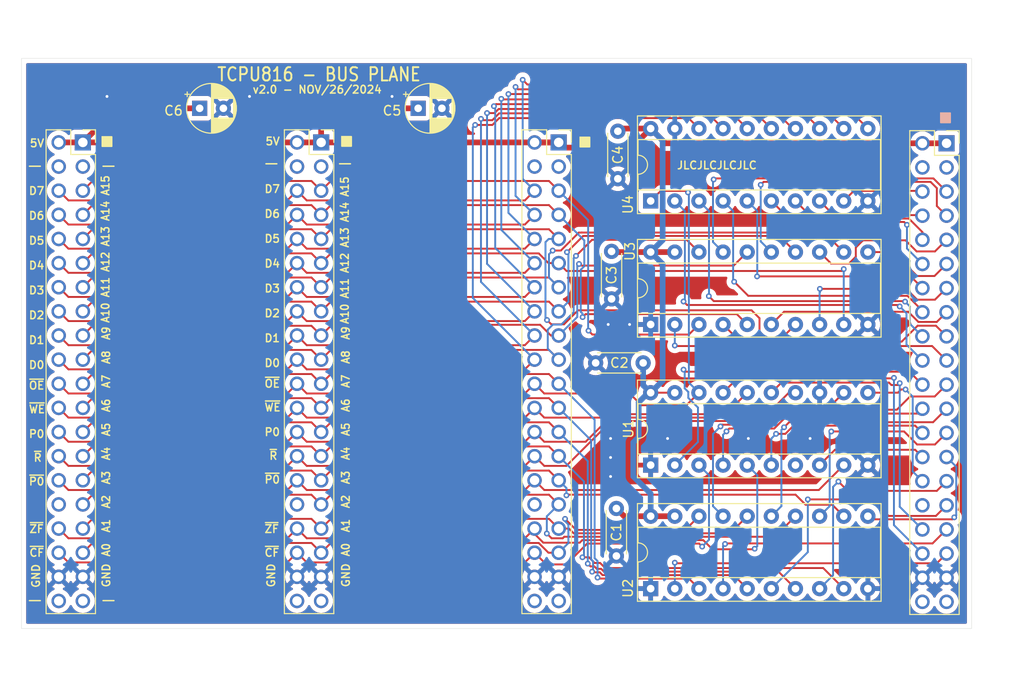
<source format=kicad_pcb>
(kicad_pcb (version 20240108) (generator "pcbnew") (generator_version "8.0")
  (layers (0 "F.Cu" jumper "Front") (31 "B.Cu" signal "Back") (34 "B.Paste" user) (35 "F.Paste" user) (36 "B.SilkS" user "B.Silkscreen") (37 "F.SilkS" user "F.Silkscreen") (38 "B.Mask" user) (39 "F.Mask" user) (44 "Edge.Cuts" user))
  (net 0 "")
  (net 2 "/A15")
  (net 3 "/DB3")
  (net 4 "/DB7")
  (net 5 "/A8")
  (net 7 "/A10")
  (net 8 "/A6")
  (net 9 "Net-(J1-Pin_26)")
  (net 10 "/A2")
  (net 11 "Net-(J1-Pin_27)")
  (net 12 "Net-(J1-Pin_29)")
  (net 13 "/A14")
  (net 14 "/A1")
  (net 15 "/DB4")
  (net 16 "/A11")
  (net 17 "/A0")
  (net 18 "Net-(J1-Pin_30)")
  (net 19 "/DB1")
  (net 20 "Net-(J1-Pin_28)")
  (net 21 "+5V")
  (net 23 "/A13")
  (net 24 "/A4")
  (net 25 "/~{ALU_CF}")
  (net 26 "/A3")
  (net 27 "/DB0")
  (net 28 "/A12")
  (net 29 "/A5")
  (net 30 "/DB5")
  (net 31 "/DB6")
  (net 34 "/~{ALU_ZF}")
  (net 35 "/A9")
  (net 36 "/A7")
  (net 37 "GND")
  (net 38 "/DB2")
  (net 39 "/BUS_A0")
  (net 40 "/BUS_A11")
  (net 42 "/BUS_D5")
  (net 43 "/BUS_A1")
  (net 44 "/~{ED_OE}")
  (net 45 "/BUS_A5")
  (net 46 "/BUS_A15")
  (net 47 "/BUS_D2")
  (net 48 "/BUS_A6")
  (net 49 "Net-(J1-Pin_23)")
  (net 50 "/BUS_A10")
  (net 51 "/BUS_A3")
  (net 52 "/BUS_D4")
  (net 53 "/BUS_D0")
  (net 54 "/BUS_A13")
  (net 55 "/BUS_D7")
  (net 56 "/BUS_A14")
  (net 57 "/BUS_D1")
  (net 58 "/~{ED_WE}")
  (net 60 "/BUS_A9")
  (net 62 "/BUS_A4")
  (net 63 "/BUS_A2")
  (net 64 "/BUS_A12")
  (net 66 "/~{CLK_P2}")
  (net 67 "/BUS_D3")
  (net 68 "/CLK_P2")
  (net 70 "/BUS_A7")
  (net 71 "/~{RESET}")
  (net 72 "/BUS_D6")
  (net 73 "Net-(J1-Pin_24)")
  (net 74 "/BUS_A8")
  (footprint "tcpu_bus_connector:PinHeader_2x20_P2.54mm_Vertical" (layer "F.Cu") (at 119.84 75.026)
    (property "Reference" "J2" (hide yes))
    (property "Value" "Conn_02x20_Counter_Clockwise" (hide yes))
  )
  (footprint "tcpu_bus_connector:PinHeader_2x20_P2.54mm_Vertical" (layer "F.Cu") (at 169.92 75.026)
    (property "Reference" "J4" (hide yes))
    (property "Value" "Conn_02x20_Counter_Clockwise" (hide yes))
  )
  (footprint "Capacitor_THT:CP_Radial_D5.0mm_P2.50mm" (layer "F.Cu") (at 157.75 71.25)
    (property "Reference" "C5")
    (property "Value" "100u")
  )
  (footprint "Package_DIP:DIP-20_W7.62mm_Socket" (layer "F.Cu") (at 182.22 81 90)
    (property "Reference" "U4")
    (property "Value" "74HC245")
  )
  (footprint "Capacitor_THT:C_Disc_D4.3mm_W1.9mm_P5.00mm" (layer "F.Cu") (at 178.7652 73.66 -90)
    (property "Reference" "C4")
    (property "Value" "100n")
  )
  (footprint "Package_DIP:DIP-20_W7.62mm_Socket" (layer "F.Cu") (at 182.22 121.8 90)
    (property "Reference" "U2")
    (property "Value" "74HC241")
  )
  (footprint "Capacitor_THT:C_Disc_D4.3mm_W1.9mm_P5.00mm" (layer "F.Cu") (at 181.4284 98.044 180)
    (property "Reference" "C2")
    (property "Value" "100n")
  )
  (footprint "Capacitor_THT:C_Disc_D4.3mm_W1.9mm_P5.00mm" (layer "F.Cu") (at 178.6128 113.364 -90)
    (property "Reference" "C1")
    (property "Value" "100n")
  )
  (footprint "Package_DIP:DIP-20_W7.62mm_Socket" (layer "F.Cu") (at 182.22 108.8 90)
    (property "Reference" "U1")
    (property "Value" "74HC241")
  )
  (footprint "tcpu_bus_connector:PinHeader_2x20_P2.54mm_Vertical" (layer "F.Cu") (at 144.92 75.026)
    (property "Reference" "J3" (hide yes))
    (property "Value" "Conn_02x20_Counter_Clockwise" (hide yes))
  )
  (footprint "Capacitor_THT:CP_Radial_D5.0mm_P2.50mm" (layer "F.Cu") (at 134.75 71.25)
    (property "Reference" "C6")
    (property "Value" "100u")
  )
  (footprint "Capacitor_THT:C_Disc_D4.3mm_W1.9mm_P5.00mm" (layer "F.Cu") (at 178.1048 86.3092 -90)
    (property "Reference" "C3")
    (property "Value" "100n")
  )
  (footprint "tcpu_bus_connector:PinHeader_2x20_P2.54mm_Vertical" (layer "F.Cu") (at 210.74 75.116)
    (property "Reference" "J1" (hide yes))
    (property "Value" "Conn_02x20_Counter_Clockwise" (hide yes))
  )
  (footprint "Package_DIP:DIP-20_W7.62mm_Socket" (layer "F.Cu") (at 182.22 94 90)
    (property "Reference" "U3")
    (property "Value" "74HC241")
  )
  (gr_rect (start 212.75 71.75) (end 213.75 72.75) (stroke (width 0.1524)) (fill solid) (layer "B.SilkS"))
  (gr_line (start 124.587 123.063) (end 125.73 123.063) (stroke (width 0.1524)) (layer "F.SilkS"))
  (gr_line (start 116.84 123.063) (end 117.983 123.063) (stroke (width 0.1524)) (layer "F.SilkS"))
  (gr_line (start 124.587 77.343) (end 125.73 77.343) (stroke (width 0.1524)) (layer "F.SilkS"))
  (gr_rect (start 124.5 74.25) (end 125.5 75.25) (stroke (width 0.1524)) (fill solid) (layer "F.SilkS"))
  (gr_line (start 116.84 77.343) (end 117.983 77.343) (stroke (width 0.1524)) (layer "F.SilkS"))
  (gr_line (start 141.732 77.089) (end 142.875 77.089) (stroke (width 0.1524)) (layer "F.SilkS"))
  (gr_line (start 149.479 77.089) (end 150.622 77.089) (stroke (width 0.1524)) (layer "F.SilkS"))
  (gr_rect (start 174.8 74.3) (end 175.8 75.3) (stroke (width 0.1524)) (fill solid) (layer "F.SilkS"))
  (gr_rect (start 149.716 74.231) (end 150.716 75.231) (stroke (width 0.1524)) (fill solid) (layer "F.SilkS"))
  (gr_rect (start 116 66) (end 216 126) (stroke (width 0.0381)) (fill none) (layer "Edge.Cuts"))
  (gr_text "D7\n\nD6\n\nD5\n\nD4\n\nD3\n\nD2\n\nD1\n\nD0" (at 141.5 88.9 0) (layer "F.SilkS") (effects (font (size 0.8128 0.8128) (thickness 0.1524) (bold yes)) (justify left)))
  (gr_text "5V" (at 116.8 75.4 0) (layer "F.SilkS") (effects (font (size 0.8128 0.8128) (thickness 0.1524) (bold yes)) (justify left bottom)))
  (gr_text "A0  A1  A2  A3  A4  A5  A6  A7  A8  A9" (at 125.384 118.511 90) (layer "F.SilkS") (effects (font (size 0.8128 0.76) (thickness 0.1524) (bold yes)) (justify left bottom)))
  (gr_text "~{ZF}" (at 116.75 116 0) (layer "F.SilkS") (effects (font (size 0.8128 0.8128) (thickness 0.1524) (bold yes)) (justify left bottom)))
  (gr_text "D7\n\nD6\n\nD5\n\nD4\n\nD3\n\nD2\n\nD1\n\nD0" (at 116.7 89.1 0) (layer "F.SilkS") (effects (font (size 0.8128 0.8128) (thickness 0.1524) (bold yes)) (justify left)))
  (gr_text "~{OE}" (at 116.7 100.9 0) (layer "F.SilkS") (effects (font (size 0.8128 0.8128) (thickness 0.1524) (bold yes)) (justify left bottom)))
  (gr_text "~{P0}" (at 141.5 110.8 0) (layer "F.SilkS") (effects (font (size 0.8128 0.8128) (thickness 0.1524) (bold yes)) (justify left bottom)))
  (gr_text "~{ZF}" (at 141.5 116 0) (layer "F.SilkS") (effects (font (size 0.8128 0.8128) (thickness 0.1524) (bold yes)) (justify left bottom)))
  (gr_text "JLCJLCJLCJLC" (at 184.912 77.724 0) (layer "F.SilkS") (effects (font (size 0.8128 0.8128) (thickness 0.1524) (bold yes)) (justify left bottom)))
  (gr_text "v2.0 - NOV/26/2024" (at 140.25 69.75 0) (layer "F.SilkS") (effects (font (size 0.8128 0.8128) (thickness 0.1524) (bold yes)) (justify left bottom)))
  (gr_text "A10 A11 A12 A13 A14 A15" (at 150.5 94.03 90) (layer "F.SilkS") (effects (font (size 0.8128 0.76) (thickness 0.1524) (bold yes)) (justify left bottom)))
  (gr_text "~{R}" (at 117.2 108.5 0) (layer "F.SilkS") (effects (font (size 0.8128 0.8128) (thickness 0.1524) (bold yes)) (justify left bottom)))
  (gr_text "TCPU816 - BUS PLANE" (at 136.5 68.5 0) (layer "F.SilkS") (effects (font (size 1.4 1.2) (thickness 0.2) (bold yes)) (justify left bottom)))
  (gr_text "A0  A1  A2  A3  A4  A5  A6  A7  A8  A9" (at 150.6 118.492 90) (layer "F.SilkS") (effects (font (size 0.8128 0.76) (thickness 0.1524) (bold yes)) (justify left bottom)))
  (gr_text "~{CF}" (at 116.75 118.5 0) (layer "F.SilkS") (effects (font (size 0.8128 0.8128) (thickness 0.1524) (bold yes)) (justify left bottom)))
  (gr_text "GND" (at 142.75 121.75 90) (layer "F.SilkS") (effects (font (size 0.8128 0.8128) (thickness 0.1524) (bold yes)) (justify left bottom)))
  (gr_text "GND" (at 150.616 121.731 90) (layer "F.SilkS") (effects (font (size 0.8128 0.8128) (thickness 0.1524) (bold yes)) (justify left bottom)))
  (gr_text "A10 A11 A12 A13 A14 A15" (at 125.31 93.91 90) (layer "F.SilkS") (effects (font (size 0.8128 0.76) (thickness 0.1524) (bold yes)) (justify left bottom)))
  (gr_text "~{CF}" (at 141.5 118.5 0) (layer "F.SilkS") (effects (font (size 0.8128 0.8128) (thickness 0.1524) (bold yes)) (justify left bottom)))
  (gr_text "5V" (at 141.6 75.2 0) (layer "F.SilkS") (effects (font (size 0.8128 0.8128) (thickness 0.1524) (bold yes)) (justify left bottom)))
  (gr_text "~{P0}" (at 116.7 111 0) (layer "F.SilkS") (effects (font (size 0.8128 0.8128) (thickness 0.1524) (bold yes)) (justify left bottom)))
  (gr_text "GND" (at 125.4 121.75 90) (layer "F.SilkS") (effects (font (size 0.8128 0.8128) (thickness 0.1524) (bold yes)) (justify left bottom)))
  (gr_text "P0" (at 141.5 105.8 0) (layer "F.SilkS") (effects (font (size 0.8128 0.8128) (thickness 0.1524) (bold yes)) (justify left bottom)))
  (gr_text "~{OE}" (at 141.5 100.7 0) (layer "F.SilkS") (effects (font (size 0.8128 0.8128) (thickness 0.1524) (bold yes)) (justify left bottom)))
  (gr_text "GND" (at 118 121.8 90) (layer "F.SilkS") (effects (font (size 0.8128 0.8128) (thickness 0.1524) (bold yes)) (justify left bottom)))
  (gr_text "P0" (at 116.7 106 0) (layer "F.SilkS") (effects (font (size 0.8128 0.8128) (thickness 0.1524) (bold yes)) (justify left bottom)))
  (gr_text "~{WE}" (at 141.5 103.2 0) (layer "F.SilkS") (effects (font (size 0.8128 0.8128) (thickness 0.1524) (bold yes)) (justify left bottom)))
  (gr_text "~{WE}" (at 116.7 103.4 0) (layer "F.SilkS") (effects (font (size 0.8128 0.8128) (thickness 0.1524) (bold yes)) (justify left bottom)))
  (gr_text "~{R}" (at 142 108.3 0) (layer "F.SilkS") (effects (font (size 0.8128 0.8128) (thickness 0.1524) (bold yes)) (justify left bottom)))
  (segment (start 188.849 78.74) (end 188.961 78.628) (width 0.2) (layer "F.Cu") (net 2))
  (segment (start 188.961 78.628) (end 211.978 78.628) (width 0.2) (layer "F.Cu") (net 2))
  (segment (start 211.978 78.628) (end 213.36 80.01) (width 0.2) (layer "F.Cu") (net 2))
  (via (at 188.849 78.74) (size 0.6) (drill 0.3) (layers "F.Cu" "B.Cu") (net 2))
  (segment (start 188.78 78.809) (end 188.78 85.32) (width 0.2) (layer "B.Cu") (net 2))
  (segment (start 188.849 78.74) (end 188.78 78.809) (width 0.2) (layer "B.Cu") (net 2))
  (segment (start 188.78 85.32) (end 189.84 86.38) (width 0.2) (layer "B.Cu") (net 2))
  (segment (start 193.421 88.94) (end 209.59 88.94) (width 0.2) (layer "F.Cu") (net 3))
  (segment (start 209.59 88.94) (end 210.82 90.17) (width 0.2) (layer "F.Cu") (net 3))
  (via (at 193.421 88.94) (size 0.6) (drill 0.3) (layers "F.Cu" "B.Cu") (net 3))
  (segment (start 193.44 82.06) (end 192.38 81) (width 0.2) (layer "B.Cu") (net 3))
  (segment (start 193.421 88.94) (end 193.44 88.921) (width 0.2) (layer "B.Cu") (net 3))
  (segment (start 193.44 88.921) (end 193.44 82.06) (width 0.2) (layer "B.Cu") (net 3))
  (segment (start 203.6 79.94) (end 210.75 79.94) (width 0.2) (layer "F.Cu") (net 4))
  (segment (start 202.54 81) (end 203.6 79.94) (width 0.2) (layer "F.Cu") (net 4))
  (segment (start 184.76 96.2152) (end 184.8168 96.272) (width 0.2) (layer "F.Cu") (net 5))
  (segment (start 184.8168 96.272) (end 211.842 96.272) (width 0.2) (layer "F.Cu") (net 5))
  (segment (start 211.842 96.272) (end 213.36 97.79) (width 0.2) (layer "F.Cu") (net 5))
  (via (at 184.76 96.2152) (size 0.6) (drill 0.3) (layers "F.Cu" "B.Cu") (net 5))
  (segment (start 184.76 96.2152) (end 184.76 94) (width 0.2) (layer "B.Cu") (net 5))
  (segment (start 212.338 93.732) (end 213.36 92.71) (width 0.2) (layer "F.Cu") (net 7))
  (segment (start 210.396673 93.732) (end 212.338 93.732) (width 0.2) (layer "F.Cu") (net 7))
  (segment (start 209.326273 92.6616) (end 210.396673 93.732) (width 0.2) (layer "F.Cu") (net 7))
  (segment (start 194.92 94) (end 196.2584 92.6616) (width 0.2) (layer "F.Cu") (net 7))
  (segment (start 196.2584 92.6616) (end 209.326273 92.6616) (width 0.2) (layer "F.Cu") (net 7))
  (segment (start 211.941999 104.288001) (end 213.36 102.87) (width 0.2) (layer "F.Cu") (net 8))
  (segment (start 196.791999 104.288001) (end 211.941999 104.288001) (width 0.2) (layer "F.Cu") (net 8))
  (segment (start 196.26 104.82) (end 196.791999 104.288001) (width 0.2) (layer "F.Cu") (net 8))
  (via (at 196.26 104.82) (size 0.6) (drill 0.3) (layers "F.Cu" "B.Cu") (net 8))
  (segment (start 195.98 113.12) (end 194.92 114.18) (width 0.2) (layer "B.Cu") (net 8))
  (segment (start 196.26 104.82) (end 195.98 105.1) (width 0.2) (layer "B.Cu") (net 8))
  (segment (start 195.98 105.1) (end 195.98 113.12) (width 0.2) (layer "B.Cu") (net 8))
  (segment (start 209.042 100.838) (end 208.5848 100.838) (width 0.2) (layer "F.Cu") (net 9))
  (segment (start 208.2428 101.18) (end 205.08 101.18) (width 0.2) (layer "F.Cu") (net 9))
  (segment (start 208.5848 100.838) (end 208.2428 101.18) (width 0.2) (layer "F.Cu") (net 9))
  (via (at 209.042 100.838) (size 0.6) (drill 0.3) (layers "F.Cu" "B.Cu") (net 9))
  (segment (start 210.82 110.49) (end 209.798 109.468) (width 0.2) (layer "B.Cu") (net 9))
  (segment (start 209.798 101.594) (end 209.042 100.838) (width 0.2) (layer "B.Cu") (net 9))
  (segment (start 209.798 109.468) (end 209.798 101.594) (width 0.2) (layer "B.Cu") (net 9))
  (segment (start 205.5264 112.41) (end 207.264 114.1476) (width 0.2) (layer "F.Cu") (net 10))
  (segment (start 207.264 114.1476) (end 212.2424 114.1476) (width 0.2) (layer "F.Cu") (net 10))
  (segment (start 212.2424 114.1476) (end 213.36 113.03) (width 0.2) (layer "F.Cu") (net 10))
  (segment (start 198.76 112.41) (end 205.5264 112.41) (width 0.2) (layer "F.Cu") (net 10))
  (via (at 198.76 112.41) (size 0.6) (drill 0.3) (layers "F.Cu" "B.Cu") (net 10))
  (segment (start 198.76 117.96) (end 198.76 112.41) (width 0.2) (layer "B.Cu") (net 10))
  (segment (start 194.92 121.8) (end 198.76 117.96) (width 0.2) (layer "B.Cu") (net 10))
  (segment (start 210.82 107.95) (end 210.058001 107.188001) (width 0.2) (layer "F.Cu") (net 11))
  (segment (start 210.058001 107.188001) (end 201.611999 107.188001) (width 0.2) (layer "F.Cu") (net 11))
  (segment (start 201.611999 107.188001) (end 200 108.8) (width 0.2) (layer "F.Cu") (net 11))
  (segment (start 210.312 103.378) (end 210.82 102.87) (width 0.2) (layer "F.Cu") (net 12))
  (segment (start 190.499162 104.950838) (end 195.226362 104.950838) (width 0.2) (layer "F.Cu") (net 12))
  (segment (start 195.226362 104.950838) (end 196.7992 103.378) (width 0.2) (layer "F.Cu") (net 12))
  (segment (start 196.7992 103.378) (end 210.312 103.378) (width 0.2) (layer "F.Cu") (net 12))
  (segment (start 190.2 105.25) (end 190.499162 104.950838) (width 0.2) (layer "F.Cu") (net 12))
  (via (at 190.2 105.25) (size 0.6) (drill 0.3) (layers "F.Cu" "B.Cu") (net 12))
  (segment (start 190.2 105.25) (end 189.84 105.61) (width 0.2) (layer "B.Cu") (net 12))
  (segment (start 189.84 105.61) (end 189.84 108.8) (width 0.2) (layer "B.Cu") (net 12))
  (segment (start 194.114 78.988) (end 211.6776 78.988) (width 0.2) (layer "F.Cu") (net 13))
  (segment (start 212.338 79.6484) (end 212.338 81.528) (width 0.2) (layer "F.Cu") (net 13))
  (segment (start 211.6776 78.988) (end 212.338 79.6484) (width 0.2) (layer "F.Cu") (net 13))
  (segment (start 212.338 81.528) (end 213.36 82.55) (width 0.2) (layer "F.Cu") (net 13))
  (segment (start 193.802 79.3) (end 194.114 78.988) (width 0.2) (layer "F.Cu") (net 13))
  (via (at 193.802 79.3) (size 0.6) (drill 0.3) (layers "F.Cu" "B.Cu") (net 13))
  (segment (start 193.802 79.3) (end 193.8 79.302) (width 0.2) (layer "B.Cu") (net 13))
  (segment (start 193.8 79.302) (end 193.8 85.26) (width 0.2) (layer "B.Cu") (net 13))
  (segment (start 193.8 85.26) (end 194.92 86.38) (width 0.2) (layer "B.Cu") (net 13))
  (segment (start 190.108 117.042) (end 211.888 117.042) (width 0.2) (layer "F.Cu") (net 14))
  (segment (start 190.05 117.1) (end 190.108 117.042) (width 0.2) (layer "F.Cu") (net 14))
  (segment (start 211.888 117.042) (end 213.36 115.57) (width 0.2) (layer "F.Cu") (net 14))
  (via (at 190.05 117.1) (size 0.6) (drill 0.3) (layers "F.Cu" "B.Cu") (net 14))
  (segment (start 189.84 117.31) (end 190.05 117.1) (width 0.2) (layer "B.Cu") (net 14))
  (segment (start 189.84 121.8) (end 189.84 117.31) (width 0.2) (layer "B.Cu") (net 14))
  (segment (start 197.1304 83.2104) (end 208.8896 83.2104) (width 0.2) (layer "F.Cu") (net 15))
  (segment (start 194.92 81) (end 197.1304 83.2104) (width 0.2) (layer "F.Cu") (net 15))
  (segment (start 208.8896 83.2104) (end 209.1944 83.5152) (width 0.2) (layer "F.Cu") (net 15))
  (via (at 209.1944 83.5152) (size 0.6) (drill 0.3) (layers "F.Cu" "B.Cu") (net 15))
  (segment (start 209.1944 86.0044) (end 210.82 87.63) (width 0.2) (layer "B.Cu") (net 15))
  (segment (start 209.1944 83.5152) (end 209.1944 86.0044) (width 0.2) (layer "B.Cu") (net 15))
  (segment (start 210.2612 91.3892) (end 212.1408 91.3892) (width 0.2) (layer "F.Cu") (net 16))
  (segment (start 212.1408 91.3892) (end 213.36 90.17) (width 0.2) (layer "F.Cu") (net 16))
  (segment (start 209.122 90.25) (end 210.2612 91.3892) (width 0.2) (layer "F.Cu") (net 16))
  (segment (start 200.03 90.25) (end 209.122 90.25) (width 0.2) (layer "F.Cu") (net 16))
  (via (at 200.03 90.25) (size 0.6) (drill 0.3) (layers "F.Cu" "B.Cu") (net 16))
  (segment (start 200.03 90.62) (end 200 90.65) (width 0.2) (layer "B.Cu") (net 16))
  (segment (start 200 90.65) (end 200 94) (width 0.2) (layer "B.Cu") (net 16))
  (segment (start 200.03 90.25) (end 200.03 90.62) (width 0.2) (layer "B.Cu") (net 16))
  (segment (start 212.338 119.132) (end 213.36 118.11) (width 0.2) (layer "F.Cu") (net 17))
  (segment (start 184.822 119.132) (end 212.338 119.132) (width 0.2) (layer "F.Cu") (net 17))
  (segment (start 184.76 119.07) (end 184.822 119.132) (width 0.2) (layer "F.Cu") (net 17))
  (via (at 184.76 119.07) (size 0.6) (drill 0.3) (layers "F.Cu" "B.Cu") (net 17))
  (segment (start 184.76 119.07) (end 184.76 121.8) (width 0.2) (layer "B.Cu") (net 17))
  (segment (start 185.68 98.75) (end 185.8988 98.9688) (width 0.2) (layer "F.Cu") (net 18))
  (segment (start 185.8988 98.9688) (end 209.4588 98.9688) (width 0.2) (layer "F.Cu") (net 18))
  (segment (start 209.4588 98.9688) (end 210.82 100.33) (width 0.2) (layer "F.Cu") (net 18))
  (via (at 185.68 98.75) (size 0.6) (drill 0.3) (layers "F.Cu" "B.Cu") (net 18))
  (segment (start 187.198 102.743) (end 187.198 106.362) (width 0.2) (layer "B.Cu") (net 18))
  (segment (start 186.182 101.727) (end 187.198 102.743) (width 0.2) (layer "B.Cu") (net 18))
  (segment (start 186.182 101.102933) (end 186.182 101.727) (width 0.2) (layer "B.Cu") (net 18))
  (segment (start 185.68 98.75) (end 185.8 98.87) (width 0.2) (layer "B.Cu") (net 18))
  (segment (start 185.8 100.720933) (end 186.182 101.102933) (width 0.2) (layer "B.Cu") (net 18))
  (segment (start 187.198 106.362) (end 184.76 108.8) (width 0.2) (layer "B.Cu") (net 18))
  (segment (start 185.8 98.87) (end 185.8 100.720933) (width 0.2) (layer "B.Cu") (net 18))
  (segment (start 208.995339 91.591008) (end 208.945931 91.5416) (width 0.2) (layer "F.Cu") (net 19))
  (segment (start 208.945931 91.5416) (end 188.8626 91.5416) (width 0.2) (layer "F.Cu") (net 19))
  (segment (start 188.8626 91.5416) (end 188.341 91.02) (width 0.2) (layer "F.Cu") (net 19))
  (via (at 188.341 91.02) (size 0.6) (drill 0.3) (layers "F.Cu" "B.Cu") (net 19))
  (via (at 208.995339 91.591008) (size 0.6) (drill 0.3) (layers "F.Cu" "B.Cu") (net 19))
  (segment (start 209.5036 93.9336) (end 210.82 95.25) (width 0.2) (layer "B.Cu") (net 19))
  (segment (start 188.36 82.06) (end 187.3 81) (width 0.2) (layer "B.Cu") (net 19))
  (segment (start 209.5036 92.099269) (end 209.5036 93.9336) (width 0.2) (layer "B.Cu") (net 19))
  (segment (start 208.995339 91.591008) (end 209.5036 92.099269) (width 0.2) (layer "B.Cu") (net 19))
  (segment (start 188.341 91.02) (end 188.36 91.001) (width 0.2) (layer "B.Cu") (net 19))
  (segment (start 188.36 91.001) (end 188.36 82.06) (width 0.2) (layer "B.Cu") (net 19))
  (segment (start 197.256399 104.648001) (end 196.393562 105.510838) (width 0.2) (layer "F.Cu") (net 20))
  (segment (start 210.058001 104.648001) (end 197.256399 104.648001) (width 0.2) (layer "F.Cu") (net 20))
  (segment (start 210.82 105.41) (end 210.058001 104.648001) (width 0.2) (layer "F.Cu") (net 20))
  (segment (start 196.393562 105.510838) (end 195.42 105.510838) (width 0.2) (layer "F.Cu") (net 20))
  (via (at 195.42 105.510838) (size 0.6) (drill 0.3) (layers "F.Cu" "B.Cu") (net 20))
  (segment (start 195.42 105.510838) (end 194.92 106.010838) (width 0.2) (layer "B.Cu") (net 20))
  (segment (start 194.92 106.010838) (end 194.92 108.8) (width 0.2) (layer "B.Cu") (net 20))
  (segment (start 179.4288 114.18) (end 178.6128 113.364) (width 0.6) (layer "F.Cu") (net 21))
  (segment (start 173.0872 75.3872) (end 180.2128 75.3872) (width 0.6) (layer "F.Cu") (net 21))
  (segment (start 182.22 86.38) (end 178.1756 86.38) (width 0.6) (layer "F.Cu") (net 21))
  (segment (start 147.54 72.96) (end 149.25 71.25) (width 0.6) (layer "F.Cu") (net 21))
  (segment (start 182.22 73.38) (end 179.0452 73.38) (width 0.6) (layer "F.Cu") (net 21))
  (segment (start 182.22 114.18) (end 179.4288 114.18) (width 0.6) (layer "F.Cu") (net 21))
  (segment (start 149.25 71.25) (end 157.75 71.25) (width 0.6) (layer "F.Cu") (net 21))
  (segment (start 134.75 71.25) (end 126.05 71.25) (width 0.6) (layer "F.Cu") (net 21))
  (segment (start 126.05 71.25) (end 122.46 74.84) (width 0.6) (layer "F.Cu") (net 21))
  (segment (start 119.92 74.84) (end 172.54 74.84) (width 0.6) (layer "F.Cu") (net 21))
  (segment (start 182.22 73.38) (end 183.77 74.93) (width 0.6) (layer "F.Cu") (net 21))
  (segment (start 182.22 114.18) (end 184.76 114.18) (width 0.6) (layer "F.Cu") (net 21))
  (segment (start 180.2128 75.3872) (end 182.22 73.38) (width 0.6) (layer "F.Cu") (net 21))
  (segment (start 183.77 74.93) (end 213.36 74.93) (width 0.6) (layer "F.Cu") (net 21))
  (segment (start 170 74.84) (end 172.54 74.84) (width 0.6) (layer "F.Cu") (net 21))
  (segment (start 147.54 74.84) (end 147.54 72.96) (width 0.6) (layer "F.Cu") (net 21))
  (segment (start 182.22 86.38) (end 184.76 86.38) (width 0.6) (layer "F.Cu") (net 21))
  (segment (start 184.76 101.18) (end 182.22 101.18) (width 0.2) (layer "F.Cu") (net 21))
  (segment (start 181.97 101.18) (end 180.96 102.19) (width 0.6) (layer "B.Cu") (net 21))
  (segment (start 182.22 101.18) (end 181.4284 100.3884) (width 0.6) (layer "B.Cu") (net 21))
  (segment (start 183.48 85.12) (end 182.22 86.38) (width 0.6) (layer "B.Cu") (net 21))
  (segment (start 183.48 74.64) (end 183.48 85.12) (width 0.6) (layer "B.Cu") (net 21))
  (segment (start 180.96 105.85) (end 180.3908 106.4192) (width 0.6) (layer "B.Cu") (net 21))
  (segment (start 181.4284 100.3884) (end 181.4284 98.044) (width 0.6) (layer "B.Cu") (net 21))
  (segment (start 183.48 87.64) (end 183.48 99.92) (width 0.6) (layer "B.Cu") (net 21))
  (segment (start 180.3908 106.4192) (end 180.3908 109.982) (width 0.6) (layer "B.Cu") (net 21))
  (segment (start 182.22 111.8112) (end 182.22 114.18) (width 0.6) (layer "B.Cu") (net 21))
  (segment (start 180.3908 109.982) (end 182.22 111.8112) (width 0.6) (layer "B.Cu") (net 21))
  (segment (start 182.22 86.38) (end 183.48 87.64) (width 0.6) (layer "B.Cu") (net 21))
  (segment (start 183.48 99.92) (end 182.22 101.18) (width 0.6) (layer "B.Cu") (net 21))
  (segment (start 180.96 102.19) (end 180.96 105.85) (width 0.6) (layer "B.Cu") (net 21))
  (segment (start 182.22 73.38) (end 183.48 74.64) (width 0.6) (layer "B.Cu") (net 21))
  (segment (start 201.1992 87.5792) (end 203.0984 87.5792) (width 0.2) (layer "F.Cu") (net 23))
  (segment (start 210.2104 86.3092) (end 212.1408 86.3092) (width 0.2) (layer "F.Cu") (net 23))
  (segment (start 209.042 85.1408) (end 210.2104 86.3092) (width 0.2) (layer "F.Cu") (net 23))
  (segment (start 204.5716 85.1408) (end 209.042 85.1408) (width 0.2) (layer "F.Cu") (net 23))
  (segment (start 203.8096 85.9028) (end 204.5716 85.1408) (width 0.2) (layer "F.Cu") (net 23))
  (segment (start 200 86.38) (end 201.1992 87.5792) (width 0.2) (layer "F.Cu") (net 23))
  (segment (start 203.0984 87.5792) (end 203.8096 86.868) (width 0.2) (layer "F.Cu") (net 23))
  (segment (start 212.1408 86.3092) (end 213.36 85.09) (width 0.2) (layer "F.Cu") (net 23))
  (segment (start 203.8096 86.868) (end 203.8096 85.9028) (width 0.2) (layer "F.Cu") (net 23))
  (segment (start 213.9652 114.5076) (end 214.1728 114.3) (width 0.2) (layer "F.Cu") (net 24))
  (segment (start 205.4076 114.5076) (end 213.9652 114.5076) (width 0.2) (layer "F.Cu") (net 24))
  (via (at 214.1728 114.3) (size 0.6) (drill 0.3) (layers "F.Cu" "B.Cu") (net 24))
  (segment (start 214.382 114.0908) (end 214.382 108.972) (width 0.2) (layer "B.Cu") (net 24))
  (segment (start 214.1728 114.3) (end 214.382 114.0908) (width 0.2) (layer "B.Cu") (net 24))
  (segment (start 214.382 108.972) (end 213.36 107.95) (width 0.2) (layer "B.Cu") (net 24))
  (segment (start 143.978 119.042) (end 145 118.02) (width 0.2) (layer "F.Cu") (net 25))
  (segment (start 175.53804 117.06) (end 173.34504 119.253) (width 0.2) (layer "F.Cu") (net 25))
  (segment (start 145 118.02) (end 146.022 119.042) (width 0.2) (layer "F.Cu") (net 25))
  (segment (start 173.34504 119.253) (end 171.233 119.253) (width 0.2) (layer "F.Cu") (net 25))
  (segment (start 187.64027 117.37573) (end 187.32454 117.06) (width 0.2) (layer "F.Cu") (net 25))
  (segment (start 119.92 118.02) (end 120.942 119.042) (width 0.2) (layer "F.Cu") (net 25))
  (segment (start 146.022 119.042) (end 168.978 119.042) (width 0.2) (layer "F.Cu") (net 25))
  (segment (start 187.32454 117.06) (end 175.53804 117.06) (width 0.2) (layer "F.Cu") (net 25))
  (segment (start 168.978 119.042) (end 170 118.02) (width 0.2) (layer "F.Cu") (net 25))
  (segment (start 120.942 119.042) (end 143.978 119.042) (width 0.2) (layer "F.Cu") (net 25))
  (segment (start 171.233 119.253) (end 170 118.02) (width 0.2) (layer "F.Cu") (net 25))
  (via (at 187.64027 117.37573) (size 0.6) (drill 0.3) (layers "F.Cu" "B.Cu") (net 25))
  (segment (start 188.36 109.86) (end 187.3 108.8) (width 0.2) (layer "B.Cu") (net 25))
  (segment (start 188.36 116.656) (end 188.36 109.86) (width 0.2) (layer "B.Cu") (net 25))
  (segment (start 187.64027 117.37573) (end 188.36 116.656) (width 0.2) (layer "B.Cu") (net 25))
  (segment (start 212.338 111.512) (end 202.962 111.512) (width 0.2) (layer "F.Cu") (net 26))
  (segment (start 202.962 111.512) (end 201.98 110.53) (width 0.2) (layer "F.Cu") (net 26))
  (segment (start 213.36 110.49) (end 212.338 111.512) (width 0.2) (layer "F.Cu") (net 26))
  (via (at 201.98 110.53) (size 0.6) (drill 0.3) (layers "F.Cu" "B.Cu") (net 26))
  (segment (start 200 121.8) (end 201.42 120.38) (width 0.2) (layer "B.Cu") (net 26))
  (segment (start 201.42 111.09) (end 201.98 110.53) (width 0.2) (layer "B.Cu") (net 26))
  (segment (start 201.42 120.38) (end 201.42 111.09) (width 0.2) (layer "B.Cu") (net 26))
  (segment (start 208.2788 91.948) (end 186.048 91.948) (width 0.2) (layer "F.Cu") (net 27))
  (segment (start 186.048 91.948) (end 185.68 91.58) (width 0.2) (layer "F.Cu") (net 27))
  (segment (start 208.4324 92.1016) (end 208.2788 91.948) (width 0.2) (layer "F.Cu") (net 27))
  (via (at 208.4324 92.1016) (size 0.6) (drill 0.3) (layers "F.Cu" "B.Cu") (net 27))
  (via (at 185.68 91.58) (size 0.6) (drill 0.3) (layers "F.Cu" "B.Cu") (net 27))
  (segment (start 185.82 91.44) (end 185.82 82.06) (width 0.2) (layer "B.Cu") (net 27))
  (segment (start 185.68 91.58) (end 185.82 91.44) (width 0.2) (layer "B.Cu") (net 27))
  (segment (start 209.1436 96.1136) (end 210.82 97.79) (width 0.2) (layer "B.Cu") (net 27))
  (segment (start 208.4324 92.1016) (end 209.1436 92.8128) (width 0.2) (layer "B.Cu") (net 27))
  (segment (start 209.1436 92.8128) (end 209.1436 96.1136) (width 0.2) (layer "B.Cu") (net 27))
  (segment (start 185.82 82.06) (end 184.76 81) (width 0.2) (layer "B.Cu") (net 27))
  (segment (start 207.7412 86.38) (end 210.2612 88.9) (width 0.2) (layer "F.Cu") (net 28))
  (segment (start 212.09 88.9) (end 213.36 87.63) (width 0.2) (layer "F.Cu") (net 28))
  (segment (start 205.08 86.38) (end 207.7412 86.38) (width 0.2) (layer "F.Cu") (net 28))
  (segment (start 210.2612 88.9) (end 212.09 88.9) (width 0.2) (layer "F.Cu") (net 28))
  (segment (start 210.2612 106.6292) (end 208.892 105.26) (width 0.2) (layer "F.Cu") (net 29))
  (segment (start 212.1408 106.6292) (end 210.2612 106.6292) (width 0.2) (layer "F.Cu") (net 29))
  (segment (start 213.36 105.41) (end 212.1408 106.6292) (width 0.2) (layer "F.Cu") (net 29))
  (segment (start 208.892 105.26) (end 201.23 105.26) (width 0.2) (layer "F.Cu") (net 29))
  (via (at 201.23 105.26) (size 0.6) (drill 0.3) (layers "F.Cu" "B.Cu") (net 29))
  (segment (start 201.06 113.12) (end 201.06 105.43) (width 0.2) (layer "B.Cu") (net 29))
  (segment (start 201.06 105.43) (end 201.23 105.26) (width 0.2) (layer "B.Cu") (net 29))
  (segment (start 200 114.18) (end 201.06 113.12) (width 0.2) (layer "B.Cu") (net 29))
  (segment (start 210.82 84.2772) (end 210.82 85.09) (width 0.2) (layer "F.Cu") (net 30))
  (segment (start 209.3932 82.8504) (end 210.82 84.2772) (width 0.2) (layer "F.Cu") (net 30))
  (segment (start 199.3104 82.8504) (end 209.3932 82.8504) (width 0.2) (layer "F.Cu") (net 30))
  (segment (start 197.46 81) (end 199.3104 82.8504) (width 0.2) (layer "F.Cu") (net 30))
  (segment (start 200 81) (end 201.4904 82.4904) (width 0.2) (layer "F.Cu") (net 31))
  (segment (start 201.4904 82.4904) (end 210.7604 82.4904) (width 0.2) (layer "F.Cu") (net 31))
  (segment (start 175.017 116.7) (end 187.7565 116.7) (width 0.2) (layer "F.Cu") (net 34))
  (segment (start 120.942 116.502) (end 119.92 115.48) (width 0.2) (layer "F.Cu") (net 34))
  (segment (start 193.109 117.66) (end 193.167 117.602) (width 0.2) (layer "F.Cu") (net 34))
  (segment (start 145 115.48) (end 143.978 116.502) (width 0.2) (layer "F.Cu") (net 34))
  (segment (start 187.7565 116.7) (end 188.7165 117.66) (width 0.2) (layer "F.Cu") (net 34))
  (segment (start 170.92504 116.967) (end 174.75 116.967) (width 0.2) (layer "F.Cu") (net 34))
  (segment (start 146.022 116.502) (end 145 115.48) (width 0.2) (layer "F.Cu") (net 34))
  (segment (start 170 115.48) (end 168.978 116.502) (width 0.2) (layer "F.Cu") (net 34))
  (segment (start 143.978 116.502) (end 120.942 116.502) (width 0.2) (layer "F.Cu") (net 34))
  (segment (start 174.75 116.967) (end 175.017 116.7) (width 0.2) (layer "F.Cu") (net 34))
  (segment (start 188.7165 117.66) (end 193.109 117.66) (width 0.2) (layer "F.Cu") (net 34))
  (segment (start 168.978 116.502) (end 146.022 116.502) (width 0.2) (layer "F.Cu") (net 34))
  (segment (start 170 116.04196) (end 170.92504 116.967) (width 0.2) (layer "F.Cu") (net 34))
  (via (at 193.167 117.602) (size 0.6) (drill 0.3) (layers "F.Cu" "B.Cu") (net 34))
  (segment (start 193.167 117.602) (end 193.44 117.329) (width 0.2) (layer "B.Cu") (net 34))
  (segment (start 193.44 117.329) (end 193.44 109.86) (width 0.2) (layer "B.Cu") (net 34))
  (segment (start 193.44 109.86) (end 192.38 108.8) (width 0.2) (layer "B.Cu") (net 34))
  (segment (start 212.23904 94.12904) (end 210.31536 94.12904) (width 0.2) (layer "F.Cu") (net 35))
  (segment (start 191.6488 95.8088) (end 189.84 94) (width 0.2) (layer "F.Cu") (net 35))
  (segment (start 213.36 95.25) (end 212.23904 94.12904) (width 0.2) (layer "F.Cu") (net 35))
  (segment (start 210.31536 94.12904) (end 208.6356 95.8088) (width 0.2) (layer "F.Cu") (net 35))
  (segment (start 208.6356 95.8088) (end 191.6488 95.8088) (width 0.2) (layer "F.Cu") (net 35))
  (segment (start 189.7536 104.5464) (end 194.818 104.5464) (width 0.2) (layer "F.Cu") (net 36))
  (segment (start 208.1276 102.9716) (end 209.522127 101.577073) (width 0.2) (layer "F.Cu") (net 36))
  (segment (start 209.522127 101.577073) (end 212.112927 101.577073) (width 0.2) (layer "F.Cu") (net 36))
  (segment (start 189.57 104.73) (end 189.7536 104.5464) (width 0.2) (layer "F.Cu") (net 36))
  (segment (start 196.3928 102.9716) (end 208.1276 102.9716) (width 0.2) (layer "F.Cu") (net 36))
  (segment (start 194.818 104.5464) (end 196.3928 102.9716) (width 0.2) (layer "F.Cu") (net 36))
  (segment (start 212.112927 101.577073) (end 213.36 100.33) (width 0.2) (layer "F.Cu") (net 36))
  (via (at 189.57 104.73) (size 0.6) (drill 0.3) (layers "F.Cu" "B.Cu") (net 36))
  (segment (start 189.57 104.73) (end 188.78 105.52) (width 0.2) (layer "B.Cu") (net 36))
  (segment (start 188.78 105.52) (end 188.78 113.12) (width 0.2) (layer "B.Cu") (net 36))
  (segment (start 188.78 113.12) (end 189.84 114.18) (width 0.2) (layer "B.Cu") (net 36))
  (via (at 125 70) (size 0.6) (drill 0.3) (layers "F.Cu" "B.Cu") (net 37))
  (via (at 178 110) (size 0.6) (drill 0.3) (layers "F.Cu" "B.Cu") (net 37))
  (via (at 180 94) (size 0.6) (drill 0.3) (layers "F.Cu" "B.Cu") (net 37))
  (via (at 155 70) (size 0.6) (drill 0.3) (layers "F.Cu" "B.Cu") (net 37))
  (via (at 192.5 106) (size 0.6) (drill 0.3) (layers "F.Cu" "B.Cu") (net 37))
  (via (at 184 106) (size 0.6) (drill 0.3) (layers "F.Cu" "B.Cu") (net 37))
  (via (at 199 106) (size 0.6) (drill 0.3) (layers "F.Cu" "B.Cu") (net 37))
  (via (at 140 70) (size 0.6) (drill 0.3) (layers "F.Cu" "B.Cu") (net 37))
  (via (at 178 108) (size 0.6) (drill 0.3) (layers "F.Cu" "B.Cu") (net 37))
  (via (at 178 106) (size 0.6) (drill 0.3) (layers "F.Cu" "B.Cu") (net 37))
  (via (at 177.75 94) (size 0.6) (drill 0.3) (layers "F.Cu" "B.Cu") (net 37))
  (segment (start 192.4908 90.9828) (end 191.008 89.5) (width 0.2) (layer "F.Cu") (net 38))
  (segment (start 210.82 92.552761) (end 209.250039 90.9828) (width 0.2) (layer "F.Cu") (net 38))
  (segment (start 209.250039 90.9828) (end 192.4908 90.9828) (width 0.2) (layer "F.Cu") (net 38))
  (via (at 191.008 89.5) (size 0.6) (drill 0.3) (layers "F.Cu" "B.Cu") (net 38))
  (segment (start 190.9 82.06) (end 189.84 81) (width 0.2) (layer "B.Cu") (net 38))
  (segment (start 191.008 89.5) (end 190.9 89.392) (width 0.2) (layer "B.Cu") (net 38))
  (segment (start 190.9 89.392) (end 190.9 82.06) (width 0.2) (layer "B.Cu") (net 38))
  (segment (start 185.86 115.62) (end 187.3 114.18) (width 0.2) (layer "F.Cu") (net 39))
  (segment (start 147.54 118.02) (end 146.518 116.998) (width 0.2) (layer "F.Cu") (net 39))
  (segment (start 170.44037 116.998) (end 148.562 116.998) (width 0.2) (layer "F.Cu") (net 39))
  (segment (start 171.46237 118.02) (end 170.44037 116.998) (width 0.2) (layer "F.Cu") (net 39))
  (segment (start 174.372113 115.62) (end 185.86 115.62) (width 0.2) (layer "F.Cu") (net 39))
  (segment (start 146.518 116.998) (end 123.482 116.998) (width 0.2) (layer "F.Cu") (net 39))
  (segment (start 123.482 116.998) (end 122.46 118.02) (width 0.2) (layer "F.Cu") (net 39))
  (segment (start 148.562 116.998) (end 147.54 118.02) (width 0.2) (layer "F.Cu") (net 39))
  (segment (start 173.21046 114.458347) (end 174.372113 115.62) (width 0.2) (layer "F.Cu") (net 39))
  (segment (start 172.54 118.02) (end 171.46237 118.02) (width 0.2) (layer "F.Cu") (net 39))
  (via (at 173.21046 114.458347) (size 0.6) (drill 0.3) (layers "F.Cu" "B.Cu") (net 39))
  (segment (start 173.21046 114.458347) (end 173.21046 114.705133) (width 0.2) (layer "B.Cu") (net 39))
  (segment (start 173.21046 114.705133) (end 173.562 115.056673) (width 0.2) (layer "B.Cu") (net 39))
  (segment (start 173.562 115.056673) (end 173.562 116.998) (width 0.2) (layer "B.Cu") (net 39))
  (segment (start 173.562 116.998) (end 172.54 118.02) (width 0.2) (layer "B.Cu") (net 39))
  (segment (start 174.967283 84.3236) (end 200.4836 84.3236) (width 0.2) (layer "F.Cu") (net 40))
  (segment (start 200.4836 84.3236) (end 202.54 86.38) (width 0.2) (layer "F.Cu") (net 40))
  (segment (start 148.562 89.058) (end 147.54 90.08) (width 0.2) (layer "F.Cu") (net 40))
  (segment (start 174.962883 84.328) (end 174.967283 84.3236) (width 0.2) (layer "F.Cu") (net 40))
  (segment (start 147.54 90.08) (end 146.518 89.058) (width 0.2) (layer "F.Cu") (net 40))
  (segment (start 146.518 89.058) (end 123.482 89.058) (width 0.2) (layer "F.Cu") (net 40))
  (segment (start 172.54 90.08) (end 171.518 89.058) (width 0.2) (layer "F.Cu") (net 40))
  (segment (start 171.518 89.058) (end 148.562 89.058) (width 0.2) (layer "F.Cu") (net 40))
  (segment (start 174.657327 84.328) (end 174.962883 84.328) (width 0.2) (layer "F.Cu") (net 40))
  (segment (start 172.765327 86.22) (end 174.657327 84.328) (width 0.2) (layer "F.Cu") (net 40))
  (segment (start 171.9072 86.22) (end 172.765327 86.22) (width 0.2) (layer "F.Cu") (net 40))
  (segment (start 123.482 89.058) (end 122.46 90.08) (width 0.2) (layer "F.Cu") (net 40))
  (via (at 171.9072 86.22) (size 0.6) (drill 0.3) (layers "F.Cu" "B.Cu") (net 40))
  (segment (start 171.9072 86.22) (end 171.518 86.6092) (width 0.2) (layer "B.Cu") (net 40))
  (segment (start 171.518 86.6092) (end 171.518 89.058) (width 0.2) (layer "B.Cu") (net 40))
  (segment (start 171.518 89.058) (end 172.54 90.08) (width 0.2) (layer "B.Cu") (net 40))
  (segment (start 145 85) (end 146.022 86.022) (width 0.2) (layer "F.Cu") (net 42))
  (segment (start 200 73.38) (end 196.37 69.75) (width 0.2) (layer "F.Cu") (net 42))
  (segment (start 146.022 86.022) (end 168.978 86.022) (width 0.2) (layer "F.Cu") (net 42))
  (segment (start 119.92 85) (end 120.942 86.022) (width 0.2) (layer "F.Cu") (net 42))
  (segment (start 143.978 86.022) (end 145 85) (width 0.2) (layer "F.Cu") (net 42))
  (segment (start 196.37 69.75) (end 167.25 69.75) (width 0.2) (layer "F.Cu") (net 42))
  (segment (start 120.942 86.022) (end 143.978 86.022) (width 0.2) (layer "F.Cu") (net 42))
  (segment (start 168.978 86.022) (end 170 85) (width 0.2) (layer "F.Cu") (net 42))
  (via (at 167.25 69.75) (size 0.6) (drill 0.3) (layers "F.Cu" "B.Cu") (net 42))
  (segment (start 167.25 82.25) (end 170 85) (width 0.2) (layer "B.Cu") (net 42))
  (segment (start 167.25 69.75) (end 167.25 82.25) (width 0.2) (layer "B.Cu") (net 42))
  (segment (start 190.58 115.98) (end 174.11763 115.98) (width 0.2) (layer "F.Cu") (net 43))
  (segment (start 122.46 115.48) (end 123.482 114.458) (width 0.2) (layer "F.Cu") (net 43))
  (segment (start 171.518 114.458) (end 172.54 115.48) (width 0.2) (layer "F.Cu") (net 43))
  (segment (start 146.518 114.458) (end 147.54 115.48) (width 0.2) (layer "F.Cu") (net 43))
  (segment (start 173.61763 115.48) (end 172.54 115.48) (width 0.2) (layer "F.Cu") (net 43))
  (segment (start 123.482 114.458) (end 146.518 114.458) (width 0.2) (layer "F.Cu") (net 43))
  (segment (start 174.11763 115.98) (end 173.61763 115.48) (width 0.2) (layer "F.Cu") (net 43))
  (segment (start 147.54 115.48) (end 148.562 114.458) (width 0.2) (layer "F.Cu") (net 43))
  (segment (start 148.562 114.458) (end 171.518 114.458) (width 0.2) (layer "F.Cu") (net 43))
  (segment (start 192.38 114.18) (end 190.58 115.98) (width 0.2) (layer "F.Cu") (net 43))
  (segment (start 119.92 100.24) (end 120.942 101.262) (width 0.2) (layer "F.Cu") (net 44))
  (segment (start 185.99 79.94) (end 183.28 79.94) (width 0.2) (layer "F.Cu") (net 44))
  (segment (start 120.942 101.262) (end 143.978 101.262) (width 0.2) (layer "F.Cu") (net 44))
  (segment (start 185.98 102.5) (end 187.3 101.18) (width 0.2) (layer "F.Cu") (net 44))
  (segment (start 146.022 101.262) (end 168.978 101.262) (width 0.2) (layer "F.Cu") (net 44))
  (segment (start 181.25 102.5) (end 185.98 102.5) (width 0.2) (layer "F.Cu") (net 44))
  (segment (start 180.012 101.262) (end 181.25 102.5) (width 0.2) (layer "F.Cu") (net 44))
  (segment (start 168.978 101.262) (end 170 100.24) (width 0.2) (layer "F.Cu") (net 44))
  (segment (start 171.022 101.262) (end 180.012 101.262) (width 0.2) (layer "F.Cu") (net 44))
  (segment (start 186.15 80.1) (end 185.99 79.94) (width 0.2) (layer "F.Cu") (net 44))
  (segment (start 145 100.24) (end 146.022 101.262) (width 0.2) (layer "F.Cu") (net 44))
  (segment (start 183.28 79.94) (end 182.22 81) (width 0.2) (layer "F.Cu") (net 44))
  (segment (start 170 100.24) (end 171.022 101.262) (width 0.2) (layer "F.Cu") (net 44))
  (segment (start 143.978 101.262) (end 145 100.24) (width 0.2) (layer "F.Cu") (net 44))
  (via (at 186.15 80.1) (size 0.6) (drill 0.3) (layers "F.Cu" "B.Cu") (net 44))
  (segment (start 186.24 100.12) (end 186.24 80.19) (width 0.2) (layer "B.Cu") (net 44))
  (segment (start 187.3 101.18) (end 186.24 100.12) (width 0.2) (layer "B.Cu") (net 44))
  (segment (start 186.24 80.19) (end 186.15 80.1) (width 0.2) (layer "B.Cu") (net 44))
  (segment (start 148.562 104.298) (end 147.54 105.32) (width 0.2) (layer "F.Cu") (net 45))
  (segment (start 175.89 119.46) (end 176.29196 119.46) (width 0.2) (layer "F.Cu") (net 45))
  (segment (start 172.54 105.32) (end 171.518 104.298) (width 0.2) (layer "F.Cu") (net 45))
  (segment (start 171.518 104.298) (end 148.562 104.298) (width 0.2) (layer "F.Cu") (net 45))
  (segment (start 175.6 119.17) (end 175.89 119.46) (width 0.2) (layer "F.Cu") (net 45))
  (segment (start 177.011077 119.72) (end 177.301077 120.01) (width 0.2) (layer "F.Cu") (net 45))
  (segment (start 195.67 120.01) (end 197.46 121.8) (width 0.2) (layer "F.Cu") (net 45))
  (segment (start 177.301077 120.01) (end 195.67 120.01) (width 0.2) (layer "F.Cu") (net 45))
  (segment (start 146.518 104.298) (end 123.482 104.298) (width 0.2) (layer "F.Cu") (net 45))
  (segment (start 147.54 105.32) (end 146.518 104.298) (width 0.2) (layer "F.Cu") (net 45))
  (segment (start 123.482 104.298) (end 122.46 105.32) (width 0.2) (layer "F.Cu") (net 45))
  (segment (start 176.29196 119.46) (end 176.55196 119.72) (width 0.2) (layer "F.Cu") (net 45))
  (segment (start 176.55196 119.72) (end 177.011077 119.72) (width 0.2) (layer "F.Cu") (net 45))
  (via (at 175.6 119.17) (size 0.6) (drill 0.3) (layers "F.Cu" "B.Cu") (net 45))
  (segment (start 175.6 119.17) (end 175.6 108.38) (width 0.2) (layer "B.Cu") (net 45))
  (segment (start 175.6 108.38) (end 172.54 105.32) (width 0.2) (layer "B.Cu") (net 45))
  (segment (start 171.518 78.898) (end 148.562 78.898) (width 0.2) (layer "F.Cu") (net 46))
  (segment (start 176.086 95.06) (end 186.24 95.06) (width 0.2) (layer "F.Cu") (net 46))
  (segment (start 186.24 95.06) (end 187.3 94) (width 0.2) (layer "F.Cu") (net 46))
  (segment (start 123.482 78.898) (end 122.46 79.92) (width 0.2) (layer "F.Cu") (net 46))
  (segment (start 172.54 79.92) (end 171.518 78.898) (width 0.2) (layer "F.Cu") (net 46))
  (segment (start 175.678 94.652) (end 176.086 95.06) (width 0.2) (layer "F.Cu") (net 46))
  (segment (start 148.562 78.898) (end 147.54 79.92) (width 0.2) (layer "F.Cu") (net 46))
  (segment (start 147.54 79.92) (end 146.518 78.898) (width 0.2) (layer "F.Cu") (net 46))
  (segment (start 146.518 78.898) (end 123.482 78.898) (width 0.2) (layer "F.Cu") (net 46))
  (via (at 175.678 94.652) (size 0.6) (drill 0.3) (layers "F.Cu" "B.Cu") (net 46))
  (segment (start 175.678 94.652) (end 175.641 94.615) (width 0.2) (layer "B.Cu") (net 46))
  (segment (start 175.641 83.021) (end 172.54 79.92) (width 0.2) (layer "B.Cu") (net 46))
  (segment (start 175.641 94.615) (end 175.641 83.021) (width 0.2) (layer "B.Cu") (net 46))
  (segment (start 120.942 93.642) (end 143.978 93.642) (width 0.2) (layer "F.Cu") (net 47))
  (segment (start 190.32 71.32) (end 166.22196 71.32) (width 0.2) (layer "F.Cu") (net 47))
  (segment (start 192.38 73.38) (end 190.32 71.32) (width 0.2) (layer "F.Cu") (net 47))
  (segment (start 166.22196 71.32) (end 165.79196 71.75) (width 0.2) (layer "F.Cu") (net 47))
  (segment (start 145 92.62) (end 146.022 93.642) (width 0.2) (layer "F.Cu") (net 47))
  (segment (start 165.79196 71.75) (end 165 71.75) (width 0.2) (layer "F.Cu") (net 47))
  (segment (start 146.022 93.642) (end 168.978 93.642) (width 0.2) (layer "F.Cu") (net 47))
  (segment (start 143.978 93.642) (end 145 92.62) (width 0.2) (layer "F.Cu") (net 47))
  (segment (start 168.978 93.642) (end 170 92.62) (width 0.2) (layer "F.Cu") (net 47))
  (segment (start 119.92 92.62) (end 120.942 93.642) (width 0.2) (layer "F.Cu") (net 47))
  (via (at 165 71.75) (size 0.6) (drill 0.3) (layers "F.Cu" "B.Cu") (net 47))
  (segment (start 165 87.62) (end 170 92.62) (width 0.2) (layer "B.Cu") (net 47))
  (segment (start 165 71.75) (end 165 87.62) (width 0.2) (layer "B.Cu") (net 47))
  (segment (start 176.12 120.08) (end 176.86196 120.08) (width 0.2) (layer "F.Cu") (net 48))
  (segment (start 148.562 101.758) (end 171.518 101.758) (width 0.2) (layer "F.Cu") (net 48))
  (segment (start 190.96 120.38) (end 192.38 121.8) (width 0.2) (layer "F.Cu") (net 48))
  (segment (start 146.518 101.758) (end 147.54 102.78) (width 0.2) (layer "F.Cu") (net 48))
  (segment (start 176.86196 120.08) (end 177.16196 120.38) (width 0.2) (layer "F.Cu") (net 48))
  (segment (start 123.482 101.758) (end 146.518 101.758) (width 0.2) (layer "F.Cu") (net 48))
  (segment (start 177.16196 120.38) (end 190.96 120.38) (width 0.2) (layer "F.Cu") (net 48))
  (segment (start 171.518 101.758) (end 172.54 102.78) (width 0.2) (layer "F.Cu") (net 48))
  (segment (start 122.46 102.78) (end 123.482 101.758) (width 0.2) (layer "F.Cu") (net 48))
  (segment (start 176.06 120.02) (end 176.12 120.08) (width 0.2) (layer "F.Cu") (net 48))
  (segment (start 147.54 102.78) (end 148.562 101.758) (width 0.2) (layer "F.Cu") (net 48))
  (via (at 176.06 120.02) (size 0.6) (drill 0.3) (layers "F.Cu" "B.Cu") (net 48))
  (segment (start 175.96 118.73804) (end 175.96 106.2) (width 0.2) (layer "B.Cu") (net 48))
  (segment (start 176.16 119.92) (end 176.16 118.93804) (width 0.2) (layer "B.Cu") (net 48))
  (segment (start 176.06 120.02) (end 176.16 119.92) (width 0.2) (layer "B.Cu") (net 48))
  (segment (start 176.16 118.93804) (end 175.96 118.73804) (width 0.2) (layer "B.Cu") (net 48))
  (segment (start 175.96 106.2) (end 172.54 102.78) (width 0.2) (layer "B.Cu") (net 48))
  (segment (start 191.3504 99.6696) (end 189.84 101.18) (width 0.2) (layer "F.Cu") (net 49))
  (segment (start 207.772 99.6696) (end 191.3504 99.6696) (width 0.2) (layer "F.Cu") (net 49))
  (segment (start 207.8228 99.6188) (end 207.772 99.6696) (width 0.2) (layer "F.Cu") (net 49))
  (via (at 207.8228 99.6188) (size 0.6) (drill 0.3) (layers "F.Cu" "B.Cu") (net 49))
  (segment (start 210.82 118.11) (end 207.8228 115.1128) (width 0.2) (layer "B.Cu") (net 49))
  (segment (start 207.8228 115.1128) (end 207.8228 99.6188) (width 0.2) (layer "B.Cu") (net 49))
  (segment (start 146.518 91.598) (end 147.54 92.62) (width 0.2) (layer "F.Cu") (net 50))
  (segment (start 195.7636 84.6836) (end 175.1164 84.6836) (width 0.2) (layer "F.Cu") (net 50))
  (segment (start 197.46 86.38) (end 195.7636 84.6836) (width 0.2) (layer "F.Cu") (net 50))
  (segment (start 122.46 92.62) (end 123.482 91.598) (width 0.2) (layer "F.Cu") (net 50))
  (segment (start 123.482 91.598) (end 146.518 91.598) (width 0.2) (layer "F.Cu") (net 50))
  (segment (start 175.1164 84.6836) (end 173.41 86.39) (width 0.2) (layer "F.Cu") (net 50))
  (segment (start 148.562 91.598) (end 171.518 91.598) (width 0.2) (layer "F.Cu") (net 50))
  (segment (start 147.54 92.62) (end 148.562 91.598) (width 0.2) (layer "F.Cu") (net 50))
  (segment (start 171.518 91.598) (end 172.54 92.62) (width 0.2) (layer "F.Cu") (net 50))
  (via (at 173.41 86.39) (size 0.6) (drill 0.3) (layers "F.Cu" "B.Cu") (net 50))
  (segment (start 173.41 86.39) (end 173.562 86.542) (width 0.2) (layer "B.Cu") (net 50))
  (segment (start 173.562 91.598) (end 172.54 92.62) (width 0.2) (layer "B.Cu") (net 50))
  (segment (start 173.562 86.542) (end 173.562 91.598) (width 0.2) (layer "B.Cu") (net 50))
  (segment (start 201.33 112.97) (end 202.54 114.18) (width 0.2) (layer "F.Cu") (net 51))
  (segment (start 173.355 111.982) (end 173.4246 111.9124) (width 0.2) (layer "F.Cu") (net 51))
  (segment (start 171.518 109.378) (end 148.562 109.378) (width 0.2) (layer "F.Cu") (net 51))
  (segment (start 147.54 110.4) (end 146.518 109.378) (width 0.2) (layer "F.Cu") (net 51))
  (segment (start 123.482 109.378) (end 122.46 110.4) (width 0.2) (layer "F.Cu") (net 51))
  (segment (start 172.54 110.4) (end 171.518 109.378) (width 0.2) (layer "F.Cu") (net 51))
  (segment (start 148.562 109.378) (end 147.54 110.4) (width 0.2) (layer "F.Cu") (net 51))
  (segment (start 198.52804 112.97) (end 201.33 112.97) (width 0.2) (layer "F.Cu") (net 51))
  (segment (start 146.518 109.378) (end 123.482 109.378) (width 0.2) (layer "F.Cu") (net 51))
  (segment (start 173.4246 111.9124) (end 197.47044 111.9124) (width 0.2) (layer "F.Cu") (net 51))
  (segment (start 197.47044 111.9124) (end 198.52804 112.97) (width 0.2) (layer "F.Cu") (net 51))
  (via (at 173.355 111.982) (size 0.6) (drill 0.3) (layers "F.Cu" "B.Cu") (net 51))
  (segment (start 173.355 111.215) (end 172.54 110.4) (width 0.2) (layer "B.Cu") (net 51))
  (segment (start 173.355 111.982) (end 173.355 111.215) (width 0.2) (layer "B.Cu") (net 51))
  (segment (start 197.17 73.38) (end 194.1 70.31) (width 0.2) (layer "F.Cu") (net 52))
  (segment (start 146.022 88.562) (end 168.978 88.562) (width 0.2) (layer "F.Cu") (net 52))
  (segment (start 120.942 88.562) (end 143.978 88.562) (width 0.2) (layer "F.Cu") (net 52))
  (segment (start 145 87.54) (end 146.022 88.562) (width 0.2) (layer "F.Cu") (net 52))
  (segment (start 194.1 70.31) (end 166.56 70.31) (width 0.2) (layer "F.Cu") (net 52))
  (segment (start 143.978 88.562) (end 145 87.54) (width 0.2) (layer "F.Cu") (net 52))
  (segment (start 119.92 87.54) (end 120.942 88.562) (width 0.2) (layer "F.Cu") (net 52))
  (segment (start 166.56 70.31) (end 166.5 70.25) (width 0.2) (layer "F.Cu") (net 52))
  (segment (start 168.978 88.562) (end 170 87.54) (width 0.2) (layer "F.Cu") (net 52))
  (via (at 166.5 70.25) (size 0.6) (drill 0.3) (layers "F.Cu" "B.Cu") (net 52))
  (segment (start 166.5 70.25) (end 166.5 84.04) (width 0.2) (layer "B.Cu") (net 52))
  (segment (start 166.5 84.04) (end 170 87.54) (width 0.2) (layer "B.Cu") (net 52))
  (segment (start 146.022 98.722) (end 168.978 98.722) (width 0.2) (layer "F.Cu") (net 53))
  (segment (start 119.92 97.7) (end 120.942 98.722) (width 0.2) (layer "F.Cu") (net 53))
  (segment (start 165.560193 73) (end 166.280193 72.28) (width 0.2) (layer "F.Cu") (net 53))
  (segment (start 186.2 72.28) (end 187.3 73.38) (width 0.2) (layer "F.Cu") (net 53))
  (segment (start 168.978 98.722) (end 170 97.7) (width 0.2) (layer "F.Cu") (net 53))
  (segment (start 145 97.7) (end 146.022 98.722) (width 0.2) (layer "F.Cu") (net 53))
  (segment (start 143.978 98.722) (end 145 97.7) (width 0.2) (layer "F.Cu") (net 53))
  (segment (start 166.280193 72.28) (end 186.2 72.28) (width 0.2) (layer "F.Cu") (net 53))
  (segment (start 163.75 73) (end 165.560193 73) (width 0.2) (layer "F.Cu") (net 53))
  (segment (start 120.942 98.722) (end 143.978 98.722) (width 0.2) (layer "F.Cu") (net 53))
  (via (at 163.75 73) (size 0.6) (drill 0.3) (layers "F.Cu" "B.Cu") (net 53))
  (segment (start 163.75 73) (end 163.5 73.25) (width 0.2) (layer "B.Cu") (net 53))
  (segment (start 163.5 91.2) (end 170 97.7) (width 0.2) (layer "B.Cu") (net 53))
  (segment (start 163.5 73.25) (end 163.5 91.2) (width 0.2) (layer "B.Cu") (net 53))
  (segment (start 196.083 95.377) (end 194.31 95.377) (width 0.2) (layer "F.Cu") (net 54))
  (segment (start 147.54 85) (end 148.562 83.978) (width 0.2) (layer "F.Cu") (net 54))
  (segment (start 146.518 83.978) (end 147.54 85) (width 0.2) (layer "F.Cu") (net 54))
  (segment (start 192.8368 92.5068) (end 174.5742 92.5068) (width 0.2) (layer "F.Cu") (net 54))
  (segment (start 174.5742 92.5068) (end 173.101 93.98) (width 0.2) (layer "F.Cu") (net 54))
  (segment (start 193.675 93.345) (end 192.8368 92.5068) (width 0.2) (layer "F.Cu") (net 54))
  (segment (start 173.101 93.98) (end 171.76 93.98) (width 0.2) (layer "F.Cu") (net 54))
  (segment (start 197.46 94) (end 196.083 95.377) (width 0.2) (layer "F.Cu") (net 54))
  (segment (start 122.46 85) (end 123.482 83.978) (width 0.2) (layer "F.Cu") (net 54))
  (segment (start 171.518 83.978) (end 172.54 85) (width 0.2) (layer "F.Cu") (net 54))
  (segment (start 123.482 83.978) (end 146.518 83.978) (width 0.2) (layer "F.Cu") (net 54))
  (segment (start 193.675 94.742) (end 193.675 93.345) (width 0.2) (layer "F.Cu") (net 54))
  (segment (start 194.31 95.377) (end 193.675 94.742) (width 0.2) (layer "F.Cu") (net 54))
  (segment (start 171.76 93.98) (end 171.31 93.53) (width 0.2) (layer "F.Cu") (net 54))
  (segment (start 148.562 83.978) (end 171.518 83.978) (width 0.2) (layer "F.Cu") (net 54))
  (via (at 171.31 93.53) (size 0.6) (drill 0.3) (layers "F.Cu" "B.Cu") (net 54))
  (segment (start 171.15 85.3392) (end 171.4892 85) (width 0.2) (layer "B.Cu") (net 54))
  (segment (start 171.4892 85) (end 172.54 85) (width 0.2) (layer "B.Cu") (net 54))
  (segment (start 171.15 93.37) (end 171.15 85.3392) (width 0.2) (layer "B.Cu") (net 54))
  (segment (start 171.31 93.53) (end 171.15 93.37) (width 0.2) (layer "B.Cu") (net 54))
  (segment (start 205.08 73.38) (end 200.45 68.75) (width 0.2) (layer "F.Cu") (net 55))
  (segment (start 143.978 80.942) (end 120.942 80.942) (width 0.2) (layer "F.Cu") (net 55))
  (segment (start 169.25 68.75) (end 168.75 68.25) (width 0.2) (layer "F.Cu") (net 55))
  (segment (start 120.942 80.942) (end 119.92 79.92) (width 0.2) (layer "F.Cu") (net 55))
  (segment (start 145 79.92) (end 143.978 80.942) (width 0.2) (layer "F.Cu") (net 55))
  (segment (start 200.45 68.75) (end 169.25 68.75) (width 0.2) (layer "F.Cu") (net 55))
  (segment (start 170 79.92) (end 168.978 80.942) (width 0.2) (layer "F.Cu") (net 55))
  (segment (start 168.978 80.942) (end 146.022 80.942) (width 0.2) (layer "F.Cu") (net 55))
  (segment (start 146.022 80.942) (end 145 79.92) (width 0.2) (layer "F.Cu") (net 55))
  (via (at 168.75 68.25) (size 0.6) (drill 0.3) (layers "F.Cu" "B.Cu") (net 55))
  (segment (start 168.75 78.67) (end 170 79.92) (width 0.2) (layer "B.Cu") (net 55))
  (segment (start 168.75 68.25) (end 168.75 78.67) (width 0.2) (layer "B.Cu") (net 55))
  (segment (start 146.518 81.438) (end 147.54 82.46) (width 0.2) (layer "F.Cu") (net 56))
  (segment (start 122.46 82.46) (end 123.482 81.438) (width 0.2) (layer "F.Cu") (net 56))
  (segment (start 123.482 81.438) (end 146.518 81.438) (width 0.2) (layer "F.Cu") (net 56))
  (segment (start 191.2932 92.9132) (end 192.38 94) (width 0.2) (layer "F.Cu") (net 56))
  (segment (start 171.518 81.438) (end 172.54 82.46) (width 0.2) (layer "F.Cu") (net 56))
  (segment (start 175.369804 92.9132) (end 191.2932 92.9132) (width 0.2) (layer "F.Cu") (net 56))
  (segment (start 147.54 82.46) (end 148.562 81.438) (width 0.2) (layer "F.Cu") (net 56))
  (segment (start 148.562 81.438) (end 171.518 81.438) (width 0.2) (layer "F.Cu") (net 56))
  (segment (start 175.057508 93.225496) (end 175.369804 92.9132) (width 0.2) (layer "F.Cu") (net 56))
  (via (at 175.057508 93.225496) (size 0.6) (drill 0.3) (layers "F.Cu" "B.Cu") (net 56))
  (segment (start 174.858 88.24096) (end 175.237 87.86196) (width 0.2) (layer "B.Cu") (net 56))
  (segment (start 175.237 87.86196) (end 175.237 85.157) (width 0.2) (layer "B.Cu") (net 56))
  (segment (start 175.237 85.157) (end 172.54 82.46) (width 0.2) (layer "B.Cu") (net 56))
  (segment (start 175.057508 93.225496) (end 175.057508 92.862492) (width 0.2) (layer "B.Cu") (net 56))
  (segment (start 174.858 92.662984) (end 174.858 88.24096) (width 0.2) (layer "B.Cu") (net 56))
  (segment (start 175.057508 92.862492) (end 174.858 92.662984) (width 0.2) (layer "B.Cu") (net 56))
  (segment (start 120.942 96.182) (end 143.978 96.182) (width 0.2) (layer "F.Cu") (net 57))
  (segment (start 164.36 72.36) (end 164.5 72.5) (width 0.2) (layer "F.Cu") (net 57))
  (segment (start 165.551077 72.5) (end 166.270677 71.7804) (width 0.2) (layer "F.Cu") (net 57))
  (segment (start 145 95.16) (end 146.022 96.182) (width 0.2) (layer "F.Cu") (net 57))
  (segment (start 168.978 96.182) (end 170 95.16) (width 0.2) (layer "F.Cu") (net 57))
  (segment (start 164.5 72.5) (end 165.551077 72.5) (width 0.2) (layer "F.Cu") (net 57))
  (segment (start 143.978 96.182) (end 145 95.16) (width 0.2) (layer "F.Cu") (net 57))
  (segment (start 146.022 96.182) (end 168.978 96.182) (width 0.2) (layer "F.Cu") (net 57))
  (segment (start 166.270677 71.7804) (end 188.2404 71.7804) (width 0.2) (layer "F.Cu") (net 57))
  (segment (start 119.92 95.16) (end 120.942 96.182) (width 0.2) (layer "F.Cu") (net 57))
  (segment (start 188.2404 71.7804) (end 189.84 73.38) (width 0.2) (layer "F.Cu") (net 57))
  (via (at 164.36 72.36) (size 0.6) (drill 0.3) (layers "F.Cu" "B.Cu") (net 57))
  (segment (start 164.36 89.52) (end 170 95.16) (width 0.2) (layer "B.Cu") (net 57))
  (segment (start 164.36 72.36) (end 164.36 89.52) (width 0.2) (layer "B.Cu") (net 57))
  (segment (start 143.978 103.802) (end 145 102.78) (width 0.2) (layer "F.Cu") (net 58))
  (segment (start 177.770884 103.44) (end 190.12 103.44) (width 0.2) (layer "F.Cu") (net 58))
  (segment (start 168.978 103.802) (end 170 102.78) (width 0.2) (layer "F.Cu") (net 58))
  (segment (start 119.92 102.78) (end 120.942 103.802) (width 0.2) (layer "F.Cu") (net 58))
  (segment (start 145 102.78) (end 146.022 103.802) (width 0.2) (layer "F.Cu") (net 58))
  (segment (start 170 102.78) (end 171.022 103.802) (width 0.2) (layer "F.Cu") (net 58))
  (segment (start 190.12 103.44) (end 192.38 101.18) (width 0.2) (layer "F.Cu") (net 58))
  (segment (start 177.408884 103.802) (end 177.770884 103.44) (width 0.2) (layer "F.Cu") (net 58))
  (segment (start 171.022 103.802) (end 177.408884 103.802) (width 0.2) (layer "F.Cu") (net 58))
  (segment (start 146.022 103.802) (end 168.978 103.802) (width 0.2) (layer "F.Cu") (net 58))
  (segment (start 120.942 103.802) (end 143.978 103.802) (width 0.2) (layer "F.Cu") (net 58))
  (segment (start 174.847 87.8) (end 190.96 87.8) (width 0.2) (layer "F.Cu") (net 60))
  (segment (start 172.54 95.16) (end 171.7156 95.16) (width 0.2) (layer "F.Cu") (net 60))
  (segment (start 147.54 95.16) (end 146.518 94.138) (width 0.2) (layer "F.Cu") (net 60))
  (segment (start 174.677 87.63) (end 174.847 87.8) (width 0.2) (layer "F.Cu") (net 60))
  (segment (start 170.5864 94.0308) (end 148.6692 94.0308) (width 0.2) (layer "F.Cu") (net 60))
  (segment (start 146.518 94.138) (end 123.482 94.138) (width 0.2) (layer "F.Cu") (net 60))
  (segment (start 123.482 94.138) (end 122.46 95.16) (width 0.2) (layer "F.Cu") (net 60))
  (segment (start 171.7156 95.16) (end 170.5864 94.0308) (width 0.2) (layer "F.Cu") (net 60))
  (segment (start 190.96 87.8) (end 192.38 86.38) (width 0.2) (layer "F.Cu") (net 60))
  (segment (start 148.6692 94.0308) (end 147.54 95.16) (width 0.2) (layer "F.Cu") (net 60))
  (via (at 174.677 87.63) (size 0.6) (drill 0.3) (layers "F.Cu" "B.Cu") (net 60))
  (segment (start 174.498 93.202) (end 172.54 95.16) (width 0.2) (layer "B.Cu") (net 60))
  (segment (start 174.677 87.63) (end 174.498 87.809) (width 0.2) (layer "B.Cu") (net 60))
  (segment (start 174.498 87.809) (end 174.498 93.202) (width 0.2) (layer "B.Cu") (net 60))
  (segment (start 175.723578 118.501618) (end 176.32196 119.1) (width 0.2) (layer "F.Cu") (net 62))
  (segment (start 200.374 119.634) (end 202.54 121.8) (width 0.2) (layer "F.Cu") (net 62))
  (segment (start 171.518 106.838) (end 172.54 107.86) (width 0.2) (layer "F.Cu") (net 62))
  (segment (start 177.434198 119.634) (end 200.374 119.634) (width 0.2) (layer "F.Cu") (net 62))
  (segment (start 123.482 106.838) (end 146.518 106.838) (width 0.2) (layer "F.Cu") (net 62))
  (segment (start 176.32196 119.1) (end 176.900198 119.1) (width 0.2) (layer "F.Cu") (net 62))
  (segment (start 148.562 106.838) (end 171.518 106.838) (width 0.2) (layer "F.Cu") (net 62))
  (segment (start 175.04 118.501618) (end 175.723578 118.501618) (width 0.2) (layer "F.Cu") (net 62))
  (segment (start 122.46 107.86) (end 123.482 106.838) (width 0.2) (layer "F.Cu") (net 62))
  (segment (start 146.518 106.838) (end 147.54 107.86) (width 0.2) (layer "F.Cu") (net 62))
  (segment (start 176.900198 119.1) (end 177.434198 119.634) (width 0.2) (layer "F.Cu") (net 62))
  (segment (start 147.54 107.86) (end 148.562 106.838) (width 0.2) (layer "F.Cu") (net 62))
  (via (at 175.04 118.501618) (size 0.6) (drill 0.3) (layers "F.Cu" "B.Cu") (net 62))
  (segment (start 175.2 110.52) (end 172.54 107.86) (width 0.2) (layer "B.Cu") (net 62))
  (segment (start 175.04 118.501618) (end 175.2 118.341618) (width 0.2) (layer "B.Cu") (net 62))
  (segment (start 175.2 118.341618) (end 175.2 110.52) (width 0.2) (layer "B.Cu") (net 62))
  (segment (start 171.792 116.502) (end 172.963327 116.502) (width 0.2) (layer "F.Cu") (net 63))
  (segment (start 123.482 111.918) (end 122.46 112.94) (width 0.2) (layer "F.Cu") (net 63))
  (segment (start 147.54 112.94) (end 146.518 111.918) (width 0.2) (layer "F.Cu") (net 63))
  (segment (start 171.518 111.918) (end 148.562 111.918) (width 0.2) (layer "F.Cu") (net 63))
  (segment (start 171.29 116) (end 171.792 116.502) (width 0.2) (layer "F.Cu") (net 63))
  (segment (start 195.3 116.34) (end 197.46 114.18) (width 0.2) (layer "F.Cu") (net 63))
  (segment (start 172.963327 116.502) (end 173.125327 116.34) (width 0.2) (layer "F.Cu") (net 63))
  (segment (start 146.518 111.918) (end 123.482 111.918) (width 0.2) (layer "F.Cu") (net 63))
  (segment (start 148.562 111.918) (end 147.54 112.94) (width 0.2) (layer "F.Cu") (net 63))
  (segment (start 173.125327 116.34) (end 195.3 116.34) (width 0.2) (layer "F.Cu") (net 63))
  (segment (start 172.54 112.94) (end 171.518 111.918) (width 0.2) (layer "F.Cu") (net 63))
  (via (at 171.29 116) (size 0.6) (drill 0.3) (layers "F.Cu" "B.Cu") (net 63))
  (segment (start 171.29 114.19) (end 172.54 112.94) (width 0.2) (layer "B.Cu") (net 63))
  (segment (start 171.29 116) (end 171.29 114.19) (width 0.2) (layer "B.Cu") (net 63))
  (segment (start 202.54 88.17) (end 202.34 88.37) (width 0.2) (layer "F.Cu") (net 64))
  (segment (start 171.46237 87.54) (end 172.54 87.54) (width 0.2) (layer "F.Cu") (net 64))
  (segment (start 122.46 87.54) (end 123.482 86.518) (width 0.2) (layer "F.Cu") (net 64))
  (segment (start 146.518 86.518) (end 147.54 87.54) (width 0.2) (layer "F.Cu") (net 64))
  (segment (start 147.54 87.54) (end 148.562 86.518) (width 0.2) (layer "F.Cu") (net 64))
  (segment (start 170.44037 86.518) (end 171.46237 87.54) (width 0.2) (layer "F.Cu") (net 64))
  (segment (start 202.34 88.37) (end 173.37 88.37) (width 0.2) (layer "F.Cu") (net 64))
  (segment (start 173.37 88.37) (end 172.54 87.54) (width 0.2) (layer "F.Cu") (net 64))
  (segment (start 148.562 86.518) (end 170.44037 86.518) (width 0.2) (layer "F.Cu") (net 64))
  (segment (start 123.482 86.518) (end 146.518 86.518) (width 0.2) (layer "F.Cu") (net 64))
  (via (at 202.54 88.17) (size 0.6) (drill 0.3) (layers "F.Cu" "B.Cu") (net 64))
  (segment (start 202.54 88.17) (end 202.54 94) (width 0.2) (layer "B.Cu") (net 64))
  (segment (start 120.942 111.422) (end 143.978 111.422) (width 0.2) (layer "F.Cu") (net 66))
  (segment (start 171.022 111.422) (end 199.918 111.422) (width 0.2) (layer "F.Cu") (net 66))
  (segment (start 146.022 111.422) (end 168.978 111.422) (width 0.2) (layer "F.Cu") (net 66))
  (segment (start 143.978 111.422) (end 145 110.4) (width 0.2) (layer "F.Cu") (net 66))
  (segment (start 145 110.4) (end 146.022 111.422) (width 0.2) (layer "F.Cu") (net 66))
  (segment (start 170 110.4) (end 171.022 111.422) (width 0.2) (layer "F.Cu") (net 66))
  (segment (start 119.92 110.4) (end 120.942 111.422) (width 0.2) (layer "F.Cu") (net 66))
  (segment (start 199.918 111.422) (end 202.54 108.8) (width 0.2) (layer "F.Cu") (net 66))
  (segment (start 168.978 111.422) (end 170 110.4) (width 0.2) (layer "F.Cu") (net 66))
  (segment (start 145 90.08) (end 146.022 91.102) (width 0.2) (layer "F.Cu") (net 67))
  (segment (start 165.939999 70.81) (end 192.35 70.81) (width 0.2) (layer "F.Cu") (net 67))
  (segment (start 120.942 91.102) (end 143.978 91.102) (width 0.2) (layer "F.Cu") (net 67))
  (segment (start 168.978 91.102) (end 170 90.08) (width 0.2) (layer "F.Cu") (net 67))
  (segment (start 165.724302 71.025697) (end 165.939999 70.81) (width 0.2) (layer "F.Cu") (net 67))
  (segment (start 146.022 91.102) (end 168.978 91.102) (width 0.2) (layer "F.Cu") (net 67))
  (segment (start 143.978 91.102) (end 145 90.08) (width 0.2) (layer "F.Cu") (net 67))
  (segment (start 119.92 90.08) (end 120.942 91.102) (width 0.2) (layer "F.Cu") (net 67))
  (segment (start 192.35 70.81) (end 194.92 73.38) (width 0.2) (layer "F.Cu") (net 67))
  (via (at 165.724302 71.025697) (size 0.6) (drill 0.3) (layers "F.Cu" "B.Cu") (net 67))
  (segment (start 165.724302 71.025697) (end 165.86 71.161395) (width 0.2) (layer "B.Cu") (net 67))
  (segment (start 165.86 85.94) (end 170 90.08) (width 0.2) (layer "B.Cu") (net 67))
  (segment (start 165.86 71.161395) (end 165.86 85.94) (width 0.2) (layer "B.Cu") (net 67))
  (segment (start 168.978 106.342) (end 170 105.32) (width 0.2) (layer "F.Cu") (net 68))
  (segment (start 170 105.32) (end 171.022 106.342) (width 0.2) (layer "F.Cu") (net 68))
  (segment (start 120.942 106.342) (end 143.978 106.342) (width 0.2) (layer "F.Cu") (net 68))
  (segment (start 194.142 103.8) (end 196.762 101.18) (width 0.2) (layer "F.Cu") (net 68))
  (segment (start 146.022 106.342) (end 168.978 106.342) (width 0.2) (layer "F.Cu") (net 68))
  (segment (start 177.92 103.8) (end 194.142 103.8) (width 0.2) (layer "F.Cu") (net 68))
  (segment (start 119.92 105.32) (end 120.942 106.342) (width 0.2) (layer "F.Cu") (net 68))
  (segment (start 145 105.32) (end 146.022 106.342) (width 0.2) (layer "F.Cu") (net 68))
  (segment (start 175.378 106.342) (end 177.92 103.8) (width 0.2) (layer "F.Cu") (net 68))
  (segment (start 171.022 106.342) (end 175.378 106.342) (width 0.2) (layer "F.Cu") (net 68))
  (segment (start 143.978 106.342) (end 145 105.32) (width 0.2) (layer "F.Cu") (net 68))
  (segment (start 171.518 99.218) (end 148.562 99.218) (width 0.2) (layer "F.Cu") (net 70))
  (segment (start 123.482 99.218) (end 122.46 100.24) (width 0.2) (layer "F.Cu") (net 70))
  (segment (start 172.54 100.24) (end 171.518 99.218) (width 0.2) (layer "F.Cu") (net 70))
  (segment (start 186.24 120.74) (end 187.3 121.8) (width 0.2) (layer "F.Cu") (net 70))
  (segment (start 176.63 120.64) (end 176.73 120.74) (width 0.2) (layer "F.Cu") (net 70))
  (segment (start 147.54 100.24) (end 146.518 99.218) (width 0.2) (layer "F.Cu") (net 70))
  (segment (start 146.518 99.218) (end 123.482 99.218) (width 0.2) (layer "F.Cu") (net 70))
  (segment (start 148.562 99.218) (end 147.54 100.24) (width 0.2) (layer "F.Cu") (net 70))
  (segment (start 176.73 120.74) (end 186.24 120.74) (width 0.2) (layer "F.Cu") (net 70))
  (via (at 176.63 120.64) (size 0.6) (drill 0.3) (layers "F.Cu" "B.Cu") (net 70))
  (segment (start 176.32 104.02) (end 172.54 100.24) (width 0.2) (layer "B.Cu") (net 70))
  (segment (start 176.63 118.898924) (end 176.32 118.588924) (width 0.2) (layer "B.Cu") (net 70))
  (segment (start 176.63 120.64) (end 176.63 118.898924) (width 0.2) (layer "B.Cu") (net 70))
  (segment (start 176.32 118.588924) (end 176.32 104.02) (width 0.2) (layer "B.Cu") (net 70))
  (segment (start 120.942 108.882) (end 143.978 108.882) (width 0.2) (layer "F.Cu") (net 71))
  (segment (start 171.022 108.882) (end 173.347116 108.882) (width 0.2) (layer "F.Cu") (net 71))
  (segment (start 168.978 108.882) (end 170 107.86) (width 0.2) (layer "F.Cu") (net 71))
  (segment (start 119.92 107.86) (end 120.942 108.882) (width 0.2) (layer "F.Cu") (net 71))
  (segment (start 143.978 108.882) (end 145 107.86) (width 0.2) (layer "F.Cu") (net 71))
  (segment (start 170 107.86) (end 171.022 108.882) (width 0.2) (layer "F.Cu") (net 71))
  (segment (start 201.1084 102.6116) (end 202.54 101.18) (width 0.2) (layer "F.Cu") (net 71))
  (segment (start 173.347116 108.882) (end 178.069116 104.16) (width 0.2) (layer "F.Cu") (net 71))
  (segment (start 178.069116 104.16) (end 194.695284 104.16) (width 0.2) (layer "F.Cu") (net 71))
  (segment (start 145 107.86) (end 146.022 108.882) (width 0.2) (layer "F.Cu") (net 71))
  (segment (start 194.695284 104.16) (end 196.243684 102.6116) (width 0.2) (layer "F.Cu") (net 71))
  (segment (start 146.022 108.882) (end 168.978 108.882) (width 0.2) (layer "F.Cu") (net 71))
  (segment (start 196.243684 102.6116) (end 201.1084 102.6116) (width 0.2) (layer "F.Cu") (net 71))
  (segment (start 145 82.46) (end 143.978 83.482) (width 0.2) (layer "F.Cu") (net 72))
  (segment (start 198.41 69.25) (end 168.25 69.25) (width 0.2) (layer "F.Cu") (net 72))
  (segment (start 168.978 83.482) (end 146.022 83.482) (width 0.2) (layer "F.Cu") (net 72))
  (segment (start 143.978 83.482) (end 120.942 83.482) (width 0.2) (layer "F.Cu") (net 72))
  (segment (start 146.022 83.482) (end 145 82.46) (width 0.2) (layer "F.Cu") (net 72))
  (segment (start 168.25 69.25) (end 168 69) (width 0.2) (layer "F.Cu") (net 72))
  (segment (start 170 82.46) (end 168.978 83.482) (width 0.2) (layer "F.Cu") (net 72))
  (segment (start 202.54 73.38) (end 198.41 69.25) (width 0.2) (layer "F.Cu") (net 72))
  (segment (start 120.942 83.482) (end 119.92 82.46) (width 0.2) (layer "F.Cu") (net 72))
  (via (at 168 69) (size 0.6) (drill 0.3) (layers "F.Cu" "B.Cu") (net 72))
  (segment (start 168 80.46) (end 170 82.46) (width 0.2) (layer "B.Cu") (net 72))
  (segment (start 168 69) (end 168 80.46) (width 0.2) (layer "B.Cu") (net 72))
  (segment (start 207.303161 100.12) (end 195.98 100.12) (width 0.2) (layer "F.Cu") (net 73))
  (segment (start 208.2396 100.3704) (end 207.553561 100.3704) (width 0.2) (layer "F.Cu") (net 73))
  (segment (start 208.4324 100.1776) (end 208.2396 100.3704) (width 0.2) (layer "F.Cu") (net 73))
  (segment (start 207.553561 100.3704) (end 207.303161 100.12) (width 0.2) (layer "F.Cu") (net 73))
  (segment (start 195.98 100.12) (end 194.92 101.18) (width 0.2) (layer "F.Cu") (net 73))
  (via (at 208.4324 100.1776) (size 0.6) (drill 0.3) (layers "F.Cu" "B.Cu") (net 73))
  (segment (start 208.4324 113.1824) (end 208.4324 100.1776) (width 0.2) (layer "B.Cu") (net 73))
  (segment (start 210.82 115.57) (end 208.4324 113.1824) (width 0.2) (layer "B.Cu") (net 73))
  (segment (start 123.482 96.678) (end 146.518 96.678) (width 0.2) (layer "F.Cu") (net 74))
  (segment (start 186.01 85.09) (end 176.05 85.09) (width 0.2) (layer "F.Cu") (net 74))
  (segment (start 147.54 97.7) (end 148.562 96.678) (width 0.2) (layer "F.Cu") (net 74))
  (segment (start 122.46 97.7) (end 123.482 96.678) (width 0.2) (layer "F.Cu") (net 74))
  (segment (start 146.518 96.678) (end 147.54 97.7) (width 0.2) (layer "F.Cu") (net 74))
  (segment (start 187.3 86.38) (end 186.01 85.09) (width 0.2) (layer "F.Cu") (net 74))
  (segment (start 176.05 85.09) (end 174.36 86.78) (width 0.2) (layer "F.Cu") (net 74))
  (segment (start 171.518 96.678) (end 172.54 97.7) (width 0.2) (layer "F.Cu") (net 74))
  (segment (start 148.562 96.678) (end 171.518 96.678) (width 0.2) (layer "F.Cu") (net 74))
  (via (at 174.36 86.78) (size 0.6) (drill 0.3) (layers "F.Cu" "B.Cu") (net 74))
  (segment (start 171.39 94.548) (end 171.39 96.55) (width 0.2) (layer "B.Cu") (net 74))
  (segment (start 172.817 94.01) (end 171.928 94.01) (width 0.2) (layer "B.Cu") (net 74))
  (segment (start 174.117 87.023) (end 174.117 92.71) (width 0.2) (layer "B.Cu") (net 74))
  (segment (start 171.928 94.01) (end 171.39 94.548) (width 0.2) (layer "B.Cu") (net 74))
  (segment (start 174.36 86.78) (end 174.117 87.023) (width 0.2) (layer "B.Cu") (net 74))
  (segment (start 174.117 92.71) (end 172.817 94.01) (width 0.2) (layer "B.Cu") (net 74))
  (segment (start 171.39 96.55) (end 172.54 97.7) (width 0.2) (layer "B.Cu") (net 74))
  (zone (net 37) (net_name "GND") (layers "F&B.Cu") (connect_pads (clearance 0.5)) (min_thickness 0.25) (fill yes (thermal_gap 0.5) (thermal_bridge_width 0.5))
    (polygon (pts (xy 114.26 63.99) (xy 114.12 131.64) (xy 219.22 130.68) (xy 221.52 59.85) (xy 113.74 63.11) (xy 114.12 62.53)))
  )
)
</source>
